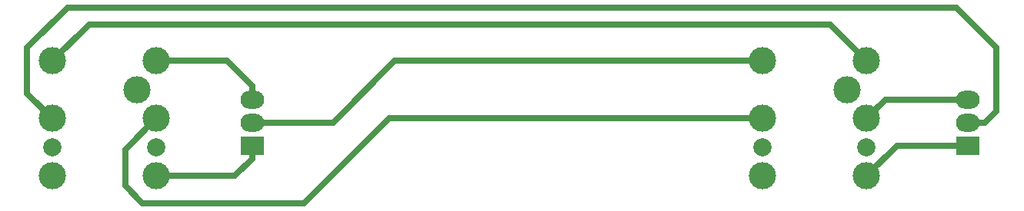
<source format=gbr>
G04 #@! TF.GenerationSoftware,KiCad,Pcbnew,(5.1.6-0-10_14)*
G04 #@! TF.CreationDate,2020-11-10T23:15:50+01:00*
G04 #@! TF.ProjectId,Headphone Board,48656164-7068-46f6-9e65-20426f617264,rev?*
G04 #@! TF.SameCoordinates,Original*
G04 #@! TF.FileFunction,Copper,L2,Bot*
G04 #@! TF.FilePolarity,Positive*
%FSLAX46Y46*%
G04 Gerber Fmt 4.6, Leading zero omitted, Abs format (unit mm)*
G04 Created by KiCad (PCBNEW (5.1.6-0-10_14)) date 2020-11-10 23:15:50*
%MOMM*%
%LPD*%
G01*
G04 APERTURE LIST*
G04 #@! TA.AperFunction,ComponentPad*
%ADD10O,2.600000X2.000000*%
G04 #@! TD*
G04 #@! TA.AperFunction,ComponentPad*
%ADD11R,2.600000X2.000000*%
G04 #@! TD*
G04 #@! TA.AperFunction,ComponentPad*
%ADD12C,3.000000*%
G04 #@! TD*
G04 #@! TA.AperFunction,ViaPad*
%ADD13C,3.000000*%
G04 #@! TD*
G04 #@! TA.AperFunction,ViaPad*
%ADD14C,2.000000*%
G04 #@! TD*
G04 #@! TA.AperFunction,Conductor*
%ADD15C,0.635000*%
G04 #@! TD*
G04 APERTURE END LIST*
D10*
X196850000Y-85725000D03*
X196850000Y-88265000D03*
D11*
X196850000Y-90805000D03*
D10*
X118110000Y-85725000D03*
X118110000Y-88265000D03*
D11*
X118110000Y-90805000D03*
D12*
X107558840Y-87825580D03*
X96131380Y-87825580D03*
X107558840Y-94175580D03*
X96131380Y-94175580D03*
X107558840Y-81475580D03*
X96131380Y-81475580D03*
D13*
X105427780Y-84625180D03*
D14*
X96131380Y-90975180D03*
X107558840Y-90975180D03*
D12*
X185663840Y-87825580D03*
X174236380Y-87825580D03*
X185663840Y-94175580D03*
X174236380Y-94175580D03*
X185663840Y-81475580D03*
X174236380Y-81475580D03*
D13*
X183532780Y-84625180D03*
D14*
X174236380Y-90975180D03*
X185663840Y-90975180D03*
D15*
X133154420Y-87825580D02*
X123825000Y-97155000D01*
X123825000Y-97155000D02*
X106045000Y-97155000D01*
X104140000Y-95250000D02*
X104140000Y-91244420D01*
X174236380Y-87825580D02*
X133154420Y-87825580D01*
X106045000Y-97155000D02*
X104140000Y-95250000D01*
X104140000Y-91244420D02*
X107558840Y-87825580D01*
X118110000Y-88265000D02*
X127000000Y-88265000D01*
X127000000Y-88265000D02*
X133789420Y-81475580D01*
X172115060Y-81475580D02*
X174236380Y-81475580D01*
X133789420Y-81475580D02*
X172115060Y-81475580D01*
X196850000Y-85725000D02*
X187764420Y-85725000D01*
X187764420Y-85725000D02*
X185663840Y-87825580D01*
X96131380Y-81475580D02*
X100136960Y-77470000D01*
X100136960Y-77470000D02*
X181658260Y-77470000D01*
X181658260Y-77470000D02*
X184539891Y-80351631D01*
X184539891Y-80351631D02*
X185663840Y-81475580D01*
X196850000Y-90805000D02*
X189034420Y-90805000D01*
X189034420Y-90805000D02*
X185663840Y-94175580D01*
X96131380Y-87825580D02*
X93345000Y-85039200D01*
X93345000Y-85039200D02*
X93345000Y-80010000D01*
X97790000Y-75565000D02*
X195580000Y-75565000D01*
X93345000Y-80010000D02*
X97790000Y-75565000D01*
X195580000Y-75565000D02*
X200025000Y-80010000D01*
X200025000Y-80010000D02*
X200025000Y-86995000D01*
X200025000Y-86995000D02*
X198755000Y-88265000D01*
X198755000Y-88265000D02*
X196850000Y-88265000D01*
X107558840Y-81475580D02*
X115324180Y-81475580D01*
X115324180Y-81475580D02*
X118110000Y-84261400D01*
X118110000Y-84261400D02*
X118110000Y-85725000D01*
X107558840Y-94175580D02*
X116203020Y-94175580D01*
X116203020Y-94175580D02*
X118110000Y-92268600D01*
X118110000Y-92268600D02*
X118110000Y-90805000D01*
M02*

</source>
